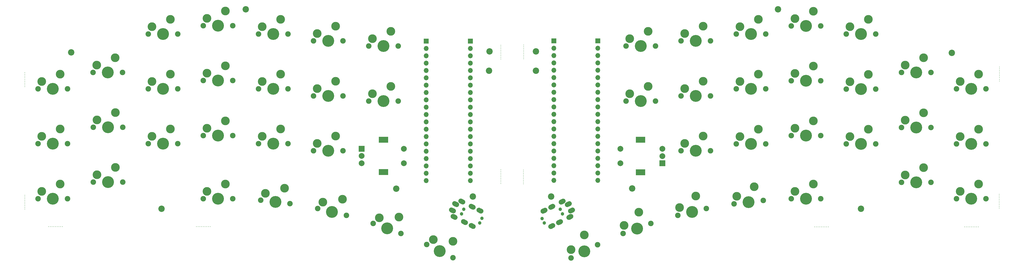
<source format=gbr>
%TF.GenerationSoftware,KiCad,Pcbnew,(5.1.9-0-10_14)*%
%TF.CreationDate,2021-04-15T00:16:32+01:00*%
%TF.ProjectId,peautkb,70656175-746b-4622-9e6b-696361645f70,rev?*%
%TF.SameCoordinates,Original*%
%TF.FileFunction,Soldermask,Top*%
%TF.FilePolarity,Negative*%
%FSLAX46Y46*%
G04 Gerber Fmt 4.6, Leading zero omitted, Abs format (unit mm)*
G04 Created by KiCad (PCBNEW (5.1.9-0-10_14)) date 2021-04-15 00:16:32*
%MOMM*%
%LPD*%
G01*
G04 APERTURE LIST*
%ADD10O,1.700000X1.700000*%
%ADD11R,1.700000X1.700000*%
%ADD12C,3.000000*%
%ADD13C,1.900000*%
%ADD14C,4.100000*%
%ADD15C,2.200000*%
%ADD16C,0.300000*%
%ADD17C,1.200000*%
%ADD18C,2.000000*%
%ADD19R,3.200000X2.000000*%
%ADD20R,2.000000X2.000000*%
G04 APERTURE END LIST*
D10*
%TO.C,U1*%
X156185360Y-46146980D03*
X156185360Y-56306980D03*
X156185360Y-61386980D03*
X156185360Y-81706980D03*
X156185360Y-71546980D03*
X156185360Y-43606980D03*
X156185360Y-58846980D03*
X156185360Y-48686980D03*
X156185360Y-79166980D03*
X156185360Y-41066980D03*
X156185360Y-38526980D03*
X156185360Y-74086980D03*
X156185360Y-51226980D03*
X156185360Y-69006980D03*
X156185360Y-53766980D03*
X156185360Y-76626980D03*
X156185360Y-35986980D03*
D11*
X156185360Y-33446980D03*
D10*
X156185360Y-66466980D03*
X156185360Y-63926980D03*
X171399960Y-63926980D03*
X171399960Y-66466980D03*
D11*
X171399960Y-33446980D03*
D10*
X171399960Y-35986980D03*
X171399960Y-76626980D03*
X171399960Y-53766980D03*
X171399960Y-69006980D03*
X171399960Y-51226980D03*
X171399960Y-74086980D03*
X171399960Y-38526980D03*
X171399960Y-41066980D03*
X171399960Y-79166980D03*
X171399960Y-48686980D03*
X171399960Y-58846980D03*
X171399960Y-43606980D03*
X171399960Y-71546980D03*
X171399960Y-81706980D03*
X171399960Y-61386980D03*
X171399960Y-56306980D03*
X171399960Y-46146980D03*
%TD*%
D12*
%TO.C,SW26*%
X143971760Y-49097180D03*
X137621760Y-51637180D03*
D13*
X136351760Y-54177180D03*
X146511760Y-54177180D03*
D14*
X141431760Y-54177180D03*
%TD*%
D15*
%TO.C,Ref\u002A\u002A*%
X277500000Y-22500000D03*
%TD*%
%TO.C,Ref\u002A\u002A*%
X94000000Y-22500000D03*
%TD*%
%TO.C,Ref\u002A\u002A*%
X194000000Y-43750000D03*
%TD*%
%TO.C,Ref\u002A\u002A*%
X177900000Y-43750000D03*
%TD*%
%TO.C,Ref\u002A\u002A*%
X172250000Y-87250000D03*
%TD*%
%TO.C,Ref\u002A\u002A*%
X199250000Y-87250000D03*
%TD*%
%TO.C,Ref\u002A\u002A*%
X178000000Y-37000000D03*
%TD*%
%TO.C,Ref\u002A\u002A*%
X33800000Y-37400000D03*
%TD*%
%TO.C,Ref\u002A\u002A*%
X64900000Y-91500000D03*
%TD*%
%TO.C,Ref\u002A\u002A*%
X145900000Y-84500000D03*
%TD*%
%TO.C,Ref\u002A\u002A*%
X194000000Y-37000000D03*
%TD*%
%TO.C,Ref\u002A\u002A*%
X337500000Y-37500000D03*
%TD*%
%TO.C,Ref\u002A\u002A*%
X227200000Y-84400000D03*
%TD*%
%TO.C,Ref\u002A\u002A*%
X306100000Y-91500000D03*
%TD*%
D16*
%TO.C,REF\u002A\u002A*%
X17770000Y-90387500D03*
X17770000Y-91575000D03*
X17770000Y-89793750D03*
X17770000Y-90981250D03*
X17770000Y-86825000D03*
X17770000Y-87418750D03*
X17770000Y-88012500D03*
X17770000Y-88606250D03*
X17770000Y-89200000D03*
%TD*%
%TO.C,REF\u002A\u002A*%
X189710000Y-81607500D03*
X189710000Y-82795000D03*
X189710000Y-81013750D03*
X189710000Y-82201250D03*
X189710000Y-78045000D03*
X189710000Y-78638750D03*
X189710000Y-79232500D03*
X189710000Y-79826250D03*
X189710000Y-80420000D03*
%TD*%
%TO.C,REF\u002A\u002A*%
X353850000Y-46037500D03*
X353850000Y-47225000D03*
X353850000Y-45443750D03*
X353850000Y-46631250D03*
X353850000Y-42475000D03*
X353850000Y-43068750D03*
X353850000Y-43662500D03*
X353850000Y-44256250D03*
X353850000Y-44850000D03*
%TD*%
%TO.C,REF\u002A\u002A*%
X353800000Y-89987500D03*
X353800000Y-91175000D03*
X353800000Y-89393750D03*
X353800000Y-90581250D03*
X353800000Y-86425000D03*
X353800000Y-87018750D03*
X353800000Y-87612500D03*
X353800000Y-88206250D03*
X353800000Y-88800000D03*
%TD*%
%TO.C,REF\u002A\u002A*%
X343012500Y-97700000D03*
X341825000Y-97700000D03*
X343606250Y-97700000D03*
X342418750Y-97700000D03*
X346575000Y-97700000D03*
X345981250Y-97700000D03*
X345387500Y-97700000D03*
X344793750Y-97700000D03*
X344200000Y-97700000D03*
%TD*%
%TO.C,REF\u002A\u002A*%
X291312500Y-97700000D03*
X290125000Y-97700000D03*
X291906250Y-97700000D03*
X290718750Y-97700000D03*
X294875000Y-97700000D03*
X294281250Y-97700000D03*
X293687500Y-97700000D03*
X293093750Y-97700000D03*
X292500000Y-97700000D03*
%TD*%
%TO.C,REF\u002A\u002A*%
X17800000Y-47987500D03*
X17800000Y-49175000D03*
X17800000Y-47393750D03*
X17800000Y-48581250D03*
X17800000Y-44425000D03*
X17800000Y-45018750D03*
X17800000Y-45612500D03*
X17800000Y-46206250D03*
X17800000Y-46800000D03*
%TD*%
%TO.C,REF\u002A\u002A*%
X27136480Y-97665080D03*
X25948980Y-97665080D03*
X27730230Y-97665080D03*
X26542730Y-97665080D03*
X30698980Y-97665080D03*
X30105230Y-97665080D03*
X29511480Y-97665080D03*
X28917730Y-97665080D03*
X28323980Y-97665080D03*
%TD*%
%TO.C,REF\u002A\u002A*%
X79338750Y-97660000D03*
X79932500Y-97660000D03*
X80526250Y-97660000D03*
X81120000Y-97660000D03*
X81713750Y-97660000D03*
X77557500Y-97660000D03*
X78745000Y-97660000D03*
X76963750Y-97660000D03*
X78151250Y-97660000D03*
%TD*%
%TO.C,REF\u002A\u002A*%
X181965080Y-80376020D03*
X181965080Y-79782270D03*
X181965080Y-79188520D03*
X181965080Y-78594770D03*
X181965080Y-78001020D03*
X181965080Y-82157270D03*
X181965080Y-80969770D03*
X181965080Y-82751020D03*
X181965080Y-81563520D03*
%TD*%
%TO.C,REF\u002A\u002A*%
X189800000Y-38368750D03*
X189800000Y-39556250D03*
X189800000Y-37775000D03*
X189800000Y-38962500D03*
X189800000Y-34806250D03*
X189800000Y-35400000D03*
X189800000Y-35993750D03*
X189800000Y-36587500D03*
X189800000Y-37181250D03*
%TD*%
%TO.C,REF\u002A\u002A*%
X181965080Y-38463520D03*
X181965080Y-39651020D03*
X181965080Y-37869770D03*
X181965080Y-39057270D03*
X181965080Y-34901020D03*
X181965080Y-35494770D03*
X181965080Y-36088520D03*
X181965080Y-36682270D03*
X181965080Y-37276020D03*
%TD*%
%TO.C,J2*%
G36*
G01*
X166376720Y-88909842D02*
X167091418Y-89269298D01*
G75*
G02*
X167468863Y-90410585I-381921J-759366D01*
G01*
X167468863Y-90410585D01*
G75*
G02*
X166327576Y-90788030I-759366J381921D01*
G01*
X165612878Y-90428574D01*
G75*
G02*
X165235433Y-89287287I381921J759366D01*
G01*
X165235433Y-89287287D01*
G75*
G02*
X166376720Y-88909842I759366J-381921D01*
G01*
G37*
G36*
G01*
X165829637Y-93335980D02*
X166544335Y-93695436D01*
G75*
G02*
X166921780Y-94836723I-381921J-759366D01*
G01*
X166921780Y-94836723D01*
G75*
G02*
X165780493Y-95214168I-759366J381921D01*
G01*
X165065795Y-94854712D01*
G75*
G02*
X164688350Y-93713425I381921J759366D01*
G01*
X164688350Y-93713425D01*
G75*
G02*
X165829637Y-93335980I759366J-381921D01*
G01*
G37*
G36*
G01*
X169403122Y-95133256D02*
X170117820Y-95492712D01*
G75*
G02*
X170495265Y-96633999I-381921J-759366D01*
G01*
X170495265Y-96633999D01*
G75*
G02*
X169353978Y-97011444I-759366J381921D01*
G01*
X168639280Y-96651988D01*
G75*
G02*
X168261835Y-95510701I381921J759366D01*
G01*
X168261835Y-95510701D01*
G75*
G02*
X169403122Y-95133256I759366J-381921D01*
G01*
G37*
G36*
G01*
X172083237Y-96481213D02*
X172797935Y-96840669D01*
G75*
G02*
X173175380Y-97981956I-381921J-759366D01*
G01*
X173175380Y-97981956D01*
G75*
G02*
X172034093Y-98359401I-759366J381921D01*
G01*
X171319395Y-97999945D01*
G75*
G02*
X170941950Y-96858658I381921J759366D01*
G01*
X170941950Y-96858658D01*
G75*
G02*
X172083237Y-96481213I759366J-381921D01*
G01*
G37*
D17*
X168356703Y-93207769D03*
X174610303Y-96353002D03*
G36*
G01*
X172076570Y-89817696D02*
X172791268Y-90177152D01*
G75*
G02*
X173168713Y-91318439I-381921J-759366D01*
G01*
X173168713Y-91318439D01*
G75*
G02*
X172027426Y-91695884I-759366J381921D01*
G01*
X171312728Y-91336428D01*
G75*
G02*
X170935283Y-90195141I381921J759366D01*
G01*
X170935283Y-90195141D01*
G75*
G02*
X172076570Y-89817696I759366J-381921D01*
G01*
G37*
G36*
G01*
X174756685Y-91165653D02*
X175471383Y-91525109D01*
G75*
G02*
X175848828Y-92666396I-381921J-759366D01*
G01*
X175848828Y-92666396D01*
G75*
G02*
X174707541Y-93043841I-759366J381921D01*
G01*
X173992843Y-92684385D01*
G75*
G02*
X173615398Y-91543098I381921J759366D01*
G01*
X173615398Y-91543098D01*
G75*
G02*
X174756685Y-91165653I759366J-381921D01*
G01*
G37*
G36*
G01*
X165275888Y-91098602D02*
X165990586Y-91458058D01*
G75*
G02*
X166368031Y-92599345I-381921J-759366D01*
G01*
X166368031Y-92599345D01*
G75*
G02*
X165226744Y-92976790I-759366J381921D01*
G01*
X164512046Y-92617334D01*
G75*
G02*
X164134601Y-91476047I381921J759366D01*
G01*
X164134601Y-91476047D01*
G75*
G02*
X165275888Y-91098602I759366J-381921D01*
G01*
G37*
G36*
G01*
X168503085Y-88020420D02*
X169217783Y-88379876D01*
G75*
G02*
X169595228Y-89521163I-381921J-759366D01*
G01*
X169595228Y-89521163D01*
G75*
G02*
X168453941Y-89898608I-759366J381921D01*
G01*
X167739243Y-89539152D01*
G75*
G02*
X167361798Y-88397865I381921J759366D01*
G01*
X167361798Y-88397865D01*
G75*
G02*
X168503085Y-88020420I759366J-381921D01*
G01*
G37*
X175396611Y-94789602D03*
X169143011Y-91644369D03*
%TD*%
%TO.C,J4*%
X203193885Y-93229388D03*
X196940285Y-96374621D03*
G36*
G01*
X206484793Y-94876332D02*
X205770095Y-95235788D01*
G75*
G02*
X204628808Y-94858343I-381921J759366D01*
G01*
X204628808Y-94858343D01*
G75*
G02*
X205006253Y-93717056I759366J381921D01*
G01*
X205720951Y-93357600D01*
G75*
G02*
X206862238Y-93735045I381921J-759366D01*
G01*
X206862238Y-93735045D01*
G75*
G02*
X206484793Y-94876332I-759366J-381921D01*
G01*
G37*
G36*
G01*
X205937711Y-90450194D02*
X205223013Y-90809650D01*
G75*
G02*
X204081726Y-90432205I-381921J759366D01*
G01*
X204081726Y-90432205D01*
G75*
G02*
X204459171Y-89290918I759366J381921D01*
G01*
X205173869Y-88931462D01*
G75*
G02*
X206315156Y-89308907I381921J-759366D01*
G01*
X206315156Y-89308907D01*
G75*
G02*
X205937711Y-90450194I-759366J-381921D01*
G01*
G37*
G36*
G01*
X200231194Y-98021565D02*
X199516496Y-98381021D01*
G75*
G02*
X198375209Y-98003576I-381921J759366D01*
G01*
X198375209Y-98003576D01*
G75*
G02*
X198752654Y-96862289I759366J381921D01*
G01*
X199467352Y-96502833D01*
G75*
G02*
X200608639Y-96880278I381921J-759366D01*
G01*
X200608639Y-96880278D01*
G75*
G02*
X200231194Y-98021565I-759366J-381921D01*
G01*
G37*
G36*
G01*
X202911308Y-96673608D02*
X202196610Y-97033064D01*
G75*
G02*
X201055323Y-96655619I-381921J759366D01*
G01*
X201055323Y-96655619D01*
G75*
G02*
X201432768Y-95514332I759366J381921D01*
G01*
X202147466Y-95154876D01*
G75*
G02*
X203288753Y-95532321I381921J-759366D01*
G01*
X203288753Y-95532321D01*
G75*
G02*
X202911308Y-96673608I-759366J-381921D01*
G01*
G37*
X196153977Y-94811222D03*
X202407577Y-91665989D03*
G36*
G01*
X197557746Y-92706005D02*
X196843048Y-93065461D01*
G75*
G02*
X195701761Y-92688016I-381921J759366D01*
G01*
X195701761Y-92688016D01*
G75*
G02*
X196079206Y-91546729I759366J381921D01*
G01*
X196793904Y-91187273D01*
G75*
G02*
X197935191Y-91564718I381921J-759366D01*
G01*
X197935191Y-91564718D01*
G75*
G02*
X197557746Y-92706005I-759366J-381921D01*
G01*
G37*
G36*
G01*
X200237860Y-91358048D02*
X199523162Y-91717504D01*
G75*
G02*
X198381875Y-91340059I-381921J759366D01*
G01*
X198381875Y-91340059D01*
G75*
G02*
X198759320Y-90198772I759366J381921D01*
G01*
X199474018Y-89839316D01*
G75*
G02*
X200615305Y-90216761I381921J-759366D01*
G01*
X200615305Y-90216761D01*
G75*
G02*
X200237860Y-91358048I-759366J-381921D01*
G01*
G37*
G36*
G01*
X203811345Y-89560772D02*
X203096647Y-89920228D01*
G75*
G02*
X201955360Y-89542783I-381921J759366D01*
G01*
X201955360Y-89542783D01*
G75*
G02*
X202332805Y-88401496I759366J381921D01*
G01*
X203047503Y-88042040D01*
G75*
G02*
X204188790Y-88419485I381921J-759366D01*
G01*
X204188790Y-88419485D01*
G75*
G02*
X203811345Y-89560772I-759366J-381921D01*
G01*
G37*
G36*
G01*
X207038542Y-92638954D02*
X206323844Y-92998410D01*
G75*
G02*
X205182557Y-92620965I-381921J759366D01*
G01*
X205182557Y-92620965D01*
G75*
G02*
X205560002Y-91479678I759366J381921D01*
G01*
X206274700Y-91120222D01*
G75*
G02*
X207415987Y-91497667I381921J-759366D01*
G01*
X207415987Y-91497667D01*
G75*
G02*
X207038542Y-92638954I-759366J-381921D01*
G01*
G37*
%TD*%
D12*
%TO.C,SW4*%
X29976560Y-44880780D03*
X23626560Y-47420780D03*
D13*
X22356560Y-49960780D03*
X32516560Y-49960780D03*
D14*
X27436560Y-49960780D03*
%TD*%
D12*
%TO.C,SW5*%
X29976560Y-63879980D03*
X23626560Y-66419980D03*
D13*
X22356560Y-68959980D03*
X32516560Y-68959980D03*
D14*
X27436560Y-68959980D03*
%TD*%
%TO.C,SW6*%
X27436560Y-88009980D03*
D13*
X32516560Y-88009980D03*
X22356560Y-88009980D03*
D12*
X23626560Y-85469980D03*
X29976560Y-82929980D03*
%TD*%
D14*
%TO.C,SW7*%
X46384960Y-44271180D03*
D13*
X51464960Y-44271180D03*
X41304960Y-44271180D03*
D12*
X42574960Y-41731180D03*
X48924960Y-39191180D03*
%TD*%
D14*
%TO.C,SW8*%
X46435760Y-63270380D03*
D13*
X51515760Y-63270380D03*
X41355760Y-63270380D03*
D12*
X42625760Y-60730380D03*
X48975760Y-58190380D03*
%TD*%
%TO.C,SW9*%
X48975760Y-77189580D03*
X42625760Y-79729580D03*
D13*
X41355760Y-82269580D03*
X51515760Y-82269580D03*
D14*
X46435760Y-82269580D03*
%TD*%
D12*
%TO.C,SW10*%
X67974960Y-25932380D03*
X61624960Y-28472380D03*
D13*
X60354960Y-31012380D03*
X70514960Y-31012380D03*
D14*
X65434960Y-31012380D03*
%TD*%
D12*
%TO.C,SW11*%
X67974960Y-44880780D03*
X61624960Y-47420780D03*
D13*
X60354960Y-49960780D03*
X70514960Y-49960780D03*
D14*
X65434960Y-49960780D03*
%TD*%
%TO.C,SW12*%
X84434160Y-87959180D03*
D13*
X89514160Y-87959180D03*
X79354160Y-87959180D03*
D12*
X80624160Y-85419180D03*
X86974160Y-82879180D03*
%TD*%
D14*
%TO.C,SW13*%
X65434960Y-68959980D03*
D13*
X70514960Y-68959980D03*
X60354960Y-68959980D03*
D12*
X61624960Y-66419980D03*
X67974960Y-63879980D03*
%TD*%
D14*
%TO.C,SW14*%
X84434160Y-28116780D03*
D13*
X89514160Y-28116780D03*
X79354160Y-28116780D03*
D12*
X80624160Y-25576780D03*
X86974160Y-23036780D03*
%TD*%
D14*
%TO.C,SW15*%
X84434160Y-47115980D03*
D13*
X89514160Y-47115980D03*
X79354160Y-47115980D03*
D12*
X80624160Y-44575980D03*
X86974160Y-42035980D03*
%TD*%
%TO.C,SW16*%
X107310701Y-84378617D03*
X100707723Y-86160411D03*
D13*
X99150053Y-88534893D03*
X109240667Y-89720267D03*
D14*
X104195360Y-89127580D03*
%TD*%
D12*
%TO.C,SW17*%
X86974160Y-61035180D03*
X80624160Y-63575180D03*
D13*
X79354160Y-66115180D03*
X89514160Y-66115180D03*
D14*
X84434160Y-66115180D03*
%TD*%
D12*
%TO.C,SW18*%
X105973360Y-25932380D03*
X99623360Y-28472380D03*
D13*
X98353360Y-31012380D03*
X108513360Y-31012380D03*
D14*
X103433360Y-31012380D03*
%TD*%
D12*
%TO.C,SW19*%
X105973360Y-44880780D03*
X99623360Y-47420780D03*
D13*
X98353360Y-49960780D03*
X108513360Y-49960780D03*
D14*
X103433360Y-49960780D03*
%TD*%
%TO.C,SW20*%
X123702560Y-92531180D03*
D13*
X128644261Y-93708459D03*
X118760859Y-91353901D03*
D12*
X120584924Y-89177370D03*
X127350690Y-88178118D03*
%TD*%
D14*
%TO.C,SW21*%
X103433360Y-68959980D03*
D13*
X108513360Y-68959980D03*
X98353360Y-68959980D03*
D12*
X99623360Y-66419980D03*
X105973360Y-63879980D03*
%TD*%
D14*
%TO.C,SW22*%
X122432560Y-33399980D03*
D13*
X127512560Y-33399980D03*
X117352560Y-33399980D03*
D12*
X118622560Y-30859980D03*
X124972560Y-28319980D03*
%TD*%
D14*
%TO.C,SW23*%
X122432560Y-52399180D03*
D13*
X127512560Y-52399180D03*
X117352560Y-52399180D03*
D12*
X118622560Y-49859180D03*
X124972560Y-47319180D03*
%TD*%
%TO.C,SW24*%
X146826042Y-94366673D03*
X139990262Y-94581664D03*
D13*
X137928121Y-96534118D03*
X147475399Y-100009042D03*
D14*
X142701760Y-98271580D03*
%TD*%
D12*
%TO.C,SW25*%
X124972560Y-66318380D03*
X118622560Y-68858380D03*
D13*
X117352560Y-71398380D03*
X127512560Y-71398380D03*
D14*
X122432560Y-71398380D03*
%TD*%
%TO.C,SW27*%
X141431760Y-35177980D03*
D13*
X146511760Y-35177980D03*
X136351760Y-35177980D03*
D12*
X137621760Y-32637980D03*
X143971760Y-30097980D03*
%TD*%
D18*
%TO.C,SW28*%
X148464160Y-75687180D03*
X148464160Y-70687180D03*
D19*
X141464160Y-78787180D03*
X141464160Y-67587180D03*
D18*
X133964160Y-75687180D03*
X133964160Y-73187180D03*
D20*
X133964160Y-70687180D03*
%TD*%
D12*
%TO.C,SW29*%
X165439864Y-102748524D03*
X158625685Y-102164511D03*
D13*
X156349833Y-103863039D03*
X165426487Y-108428121D03*
D14*
X160888160Y-106145580D03*
%TD*%
D12*
%TO.C,SW33*%
X346655120Y-44888400D03*
X340305120Y-47428400D03*
D13*
X339035120Y-49968400D03*
X349195120Y-49968400D03*
D14*
X344115120Y-49968400D03*
%TD*%
%TO.C,SW34*%
X344165920Y-68993000D03*
D13*
X349245920Y-68993000D03*
X339085920Y-68993000D03*
D12*
X340355920Y-66453000D03*
X346705920Y-63913000D03*
%TD*%
%TO.C,SW35*%
X346680520Y-82937600D03*
X340330520Y-85477600D03*
D13*
X339060520Y-88017600D03*
X349220520Y-88017600D03*
D14*
X344140520Y-88017600D03*
%TD*%
%TO.C,SW36*%
X325166720Y-44278800D03*
D13*
X330246720Y-44278800D03*
X320086720Y-44278800D03*
D12*
X321356720Y-41738800D03*
X327706720Y-39198800D03*
%TD*%
%TO.C,SW37*%
X327706720Y-58248800D03*
X321356720Y-60788800D03*
D13*
X320086720Y-63328800D03*
X330246720Y-63328800D03*
D14*
X325166720Y-63328800D03*
%TD*%
%TO.C,SW38*%
X325166720Y-82328000D03*
D13*
X330246720Y-82328000D03*
X320086720Y-82328000D03*
D12*
X321356720Y-79788000D03*
X327706720Y-77248000D03*
%TD*%
%TO.C,SW39*%
X308707520Y-25940000D03*
X302357520Y-28480000D03*
D13*
X301087520Y-31020000D03*
X311247520Y-31020000D03*
D14*
X306167520Y-31020000D03*
%TD*%
%TO.C,SW40*%
X306167520Y-50019200D03*
D13*
X311247520Y-50019200D03*
X301087520Y-50019200D03*
D12*
X302357520Y-47479200D03*
X308707520Y-44939200D03*
%TD*%
%TO.C,SW41*%
X289708320Y-82912200D03*
X283358320Y-85452200D03*
D13*
X282088320Y-87992200D03*
X292248320Y-87992200D03*
D14*
X287168320Y-87992200D03*
%TD*%
D12*
%TO.C,SW42*%
X308707520Y-63938400D03*
X302357520Y-66478400D03*
D13*
X301087520Y-69018400D03*
X311247520Y-69018400D03*
D14*
X306167520Y-69018400D03*
%TD*%
%TO.C,SW43*%
X287168320Y-28175200D03*
D13*
X292248320Y-28175200D03*
X282088320Y-28175200D03*
D12*
X283358320Y-25635200D03*
X289708320Y-23095200D03*
%TD*%
%TO.C,SW44*%
X289708320Y-42094400D03*
X283358320Y-44634400D03*
D13*
X282088320Y-47174400D03*
X292248320Y-47174400D03*
D14*
X287168320Y-47174400D03*
%TD*%
%TO.C,SW45*%
X267381720Y-89186000D03*
D13*
X272427027Y-88593313D03*
X262336413Y-89778687D03*
D12*
X263301396Y-87107862D03*
X269311686Y-83844349D03*
%TD*%
D14*
%TO.C,SW46*%
X287168320Y-66173600D03*
D13*
X292248320Y-66173600D03*
X282088320Y-66173600D03*
D12*
X283358320Y-63633600D03*
X289708320Y-61093600D03*
%TD*%
%TO.C,SW47*%
X270709120Y-25940000D03*
X264359120Y-28480000D03*
D13*
X263089120Y-31020000D03*
X273249120Y-31020000D03*
D14*
X268169120Y-31020000D03*
%TD*%
%TO.C,SW48*%
X268169120Y-49968400D03*
D13*
X273249120Y-49968400D03*
X263089120Y-49968400D03*
D12*
X264359120Y-47428400D03*
X270709120Y-44888400D03*
%TD*%
%TO.C,SW49*%
X249168091Y-87059259D03*
X243579604Y-91001709D03*
D13*
X242932819Y-93766879D03*
X252816221Y-91412321D03*
D14*
X247874520Y-92589600D03*
%TD*%
D12*
%TO.C,SW50*%
X270709120Y-63938400D03*
X264359120Y-66478400D03*
D13*
X263089120Y-69018400D03*
X273249120Y-69018400D03*
D14*
X268169120Y-69018400D03*
%TD*%
%TO.C,SW51*%
X249169920Y-33407600D03*
D13*
X254249920Y-33407600D03*
X244089920Y-33407600D03*
D12*
X245359920Y-30867600D03*
X251709920Y-28327600D03*
%TD*%
%TO.C,SW52*%
X251709920Y-47326800D03*
X245359920Y-49866800D03*
D13*
X244089920Y-52406800D03*
X254249920Y-52406800D03*
D14*
X249169920Y-52406800D03*
%TD*%
%TO.C,SW53*%
X228900720Y-98304600D03*
D13*
X233674359Y-96567138D03*
X224127081Y-100042062D03*
D12*
X224451760Y-97220877D03*
X229550077Y-92662230D03*
%TD*%
%TO.C,SW54*%
X251709920Y-66326000D03*
X245359920Y-68866000D03*
D13*
X244089920Y-71406000D03*
X254249920Y-71406000D03*
D14*
X249169920Y-71406000D03*
%TD*%
%TO.C,SW55*%
X230170720Y-54184800D03*
D13*
X235250720Y-54184800D03*
X225090720Y-54184800D03*
D12*
X226360720Y-51644800D03*
X232710720Y-49104800D03*
%TD*%
%TO.C,SW56*%
X232710720Y-30105600D03*
X226360720Y-32645600D03*
D13*
X225090720Y-35185600D03*
X235250720Y-35185600D03*
D14*
X230170720Y-35185600D03*
%TD*%
D20*
%TO.C,SW57*%
X237640860Y-75716380D03*
D18*
X237640860Y-73216380D03*
X237640860Y-70716380D03*
D19*
X230140860Y-78816380D03*
X230140860Y-67616380D03*
D18*
X223140860Y-75716380D03*
X223140860Y-70716380D03*
%TD*%
D14*
%TO.C,SW58*%
X210714320Y-106178600D03*
D13*
X215252647Y-103896059D03*
X206175993Y-108461141D03*
D12*
X206169305Y-105621342D03*
X210700943Y-100499003D03*
%TD*%
D10*
%TO.C,U2*%
X215409520Y-46103800D03*
X215409520Y-56263800D03*
X215409520Y-61343800D03*
X215409520Y-81663800D03*
X215409520Y-71503800D03*
X215409520Y-43563800D03*
X215409520Y-58803800D03*
X215409520Y-48643800D03*
X215409520Y-79123800D03*
X215409520Y-41023800D03*
X215409520Y-38483800D03*
X215409520Y-74043800D03*
X215409520Y-51183800D03*
X215409520Y-68963800D03*
X215409520Y-53723800D03*
X215409520Y-76583800D03*
X215409520Y-35943800D03*
D11*
X215409520Y-33403800D03*
D10*
X215409520Y-66423800D03*
X215409520Y-63883800D03*
X200194920Y-63883800D03*
X200194920Y-66423800D03*
D11*
X200194920Y-33403800D03*
D10*
X200194920Y-35943800D03*
X200194920Y-76583800D03*
X200194920Y-53723800D03*
X200194920Y-68963800D03*
X200194920Y-51183800D03*
X200194920Y-74043800D03*
X200194920Y-38483800D03*
X200194920Y-41023800D03*
X200194920Y-79123800D03*
X200194920Y-48643800D03*
X200194920Y-58803800D03*
X200194920Y-43563800D03*
X200194920Y-71503800D03*
X200194920Y-81663800D03*
X200194920Y-61343800D03*
X200194920Y-56263800D03*
X200194920Y-46103800D03*
%TD*%
M02*

</source>
